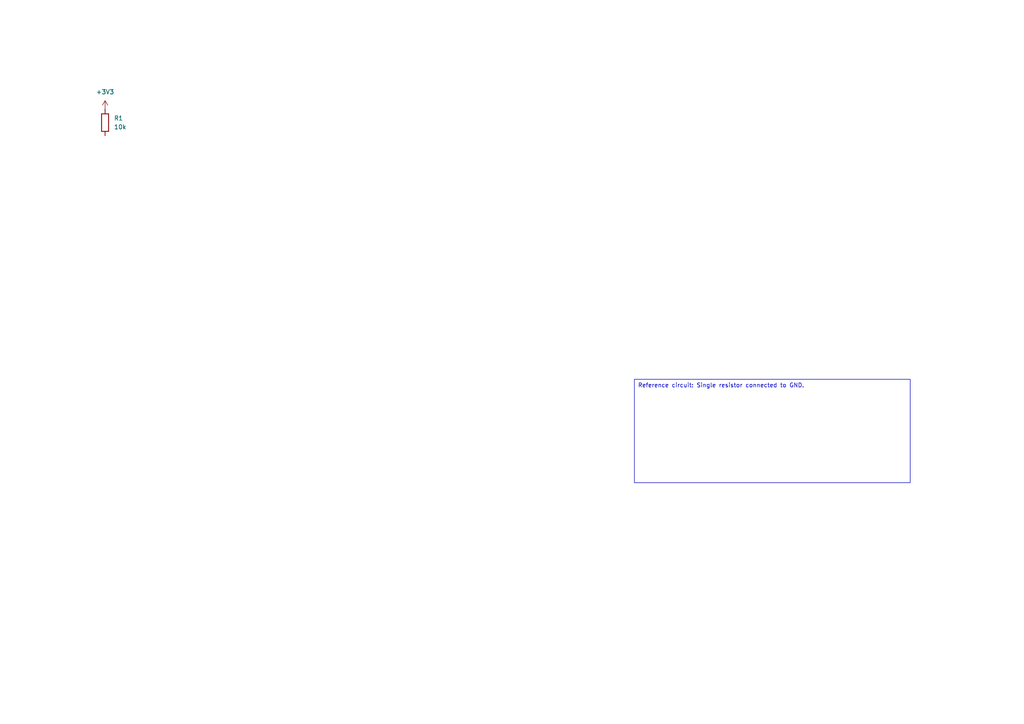
<source format=kicad_sch>
(kicad_sch (version 20250114) (generator "eeschema") (generator_version "9.0")
  (paper "A4")
  (title_block (title "reference_gnd"))
  (lib_symbols
    (symbol "Device:R" (pin_numbers (hide yes)) (pin_names (offset 0))
      (property "Reference" "R" (at 2.032 0 90))
      (property "Value" "R" (at 0 0 90))
      (symbol "R_0_1"
        (rectangle (start -1.016 -2.54) (end 1.016 2.54) (stroke (width 0.254)))
      )
      (symbol "R_1_1"
        (pin passive line (at 0 3.81 270) (length 1.27) (name "~") (number "1"))
        (pin passive line (at 0 -3.81 90) (length 1.27) (name "~") (number "2"))
      )
    )
    (symbol "power:+3V3" (power) (pin_numbers (hide yes)) (pin_names (offset 0) (hide yes))
      (property "Value" "+3V3" (at 0 3.556 0))
      (symbol "+3V3_0_1"
        (polyline (pts (xy -0.762 1.27) (xy 0 2.54)))
        (polyline (pts (xy 0 2.54) (xy 0.762 1.27)))
        (polyline (pts (xy 0 0) (xy 0 2.54)))
      )
      (symbol "+3V3_1_1"
        (pin power_in line (at 0 0 90) (length 0) (name "~") (number "1"))
      )
    )
  )
  (text_box "Reference circuit: Single resistor connected to GND." (at 184 110 0) (size 80 30) (margins 1 1 1 1) (effects (font (size 1.2 1.2)) (justify left top)))
  (symbol (lib_id "power:+3V3") (at 30.48 31.75 0) (unit 1)
    (property "Reference" "#PWR01" (effects (hide yes)))
    (property "Value" "+3V3" (at 30.48 26.67 0))
    (property "Description" "Power symbol creates a global label with name \"+3V3\"" (effects (hide yes)))
  )
  (symbol (lib_id "Device:R") (at 30.48 35.56 0) (unit 1)
    (property "Reference" "R1" (at 33.02 34.2899 0) (effects (justify left)))
    (property "Value" "10k" (at 33.02 36.8299 0) (effects (justify left)))
    (property "Footprint" "Resistor_SMD:R_0603_1608Metric" (effects (hide yes)))
    (property "hierarchy_path" "/cf37708f-c326-41b4-b589-ebf4fc07662c" (effects (hide yes)))
    (property "project_name" "reference_gnd" (effects (hide yes)))
    (property "root_uuid" "cf37708f-c326-41b4-b589-ebf4fc07662c" (effects (hide yes)))
  )
)
</source>
